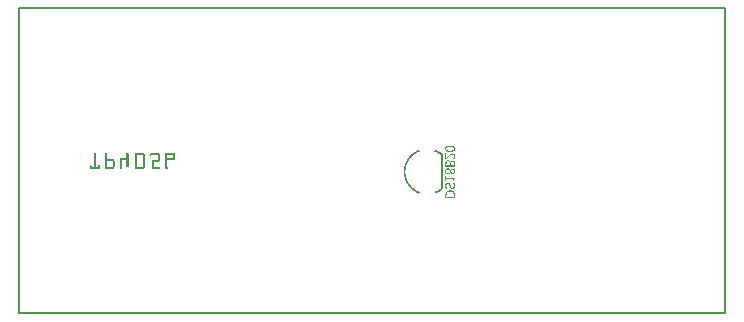
<source format=gbo>
G04 MADE WITH FRITZING*
G04 WWW.FRITZING.ORG*
G04 DOUBLE SIDED*
G04 HOLES PLATED*
G04 CONTOUR ON CENTER OF CONTOUR VECTOR*
%ASAXBY*%
%FSLAX23Y23*%
%MOIN*%
%OFA0B0*%
%SFA1.0B1.0*%
%ADD10R,2.362200X1.023620X2.346200X1.007620*%
%ADD11C,0.008000*%
%ADD12R,0.001000X0.001000*%
%LNSILK0*%
G90*
G70*
G54D11*
X4Y1020D02*
X2358Y1020D01*
X2358Y4D01*
X4Y4D01*
X4Y1020D01*
D02*
G54D12*
X1434Y561D02*
X1449Y561D01*
X1431Y560D02*
X1452Y560D01*
X1429Y559D02*
X1454Y559D01*
X1428Y558D02*
X1455Y558D01*
X1427Y557D02*
X1434Y557D01*
X1449Y557D02*
X1456Y557D01*
X1426Y556D02*
X1430Y556D01*
X1452Y556D02*
X1457Y556D01*
X1426Y555D02*
X1429Y555D01*
X1454Y555D02*
X1457Y555D01*
X1425Y554D02*
X1428Y554D01*
X1454Y554D02*
X1457Y554D01*
X1425Y553D02*
X1428Y553D01*
X1455Y553D02*
X1457Y553D01*
X1425Y552D02*
X1428Y552D01*
X1455Y552D02*
X1458Y552D01*
X1425Y551D02*
X1428Y551D01*
X1455Y551D02*
X1458Y551D01*
X1425Y550D02*
X1428Y550D01*
X1455Y550D02*
X1457Y550D01*
X1425Y549D02*
X1428Y549D01*
X1454Y549D02*
X1457Y549D01*
X1426Y548D02*
X1429Y548D01*
X1454Y548D02*
X1457Y548D01*
X1335Y547D02*
X1336Y547D01*
X1393Y547D02*
X1394Y547D01*
X1426Y547D02*
X1430Y547D01*
X1452Y547D02*
X1457Y547D01*
X1333Y546D02*
X1337Y546D01*
X1392Y546D02*
X1397Y546D01*
X1427Y546D02*
X1434Y546D01*
X1449Y546D02*
X1456Y546D01*
X1331Y545D02*
X1338Y545D01*
X1391Y545D02*
X1399Y545D01*
X1428Y545D02*
X1455Y545D01*
X1329Y544D02*
X1340Y544D01*
X1390Y544D02*
X1401Y544D01*
X1429Y544D02*
X1454Y544D01*
X1327Y543D02*
X1340Y543D01*
X1389Y543D02*
X1403Y543D01*
X1431Y543D02*
X1452Y543D01*
X1325Y542D02*
X1338Y542D01*
X1392Y542D02*
X1404Y542D01*
X1434Y542D02*
X1449Y542D01*
X1324Y541D02*
X1335Y541D01*
X1394Y541D02*
X1406Y541D01*
X1322Y540D02*
X1333Y540D01*
X1396Y540D02*
X1408Y540D01*
X1321Y539D02*
X1331Y539D01*
X1398Y539D02*
X1409Y539D01*
X256Y538D02*
X258Y538D01*
X292Y538D02*
X294Y538D01*
X365Y538D02*
X367Y538D01*
X395Y538D02*
X419Y538D01*
X449Y538D02*
X469Y538D01*
X492Y538D02*
X522Y538D01*
X1319Y538D02*
X1329Y538D01*
X1400Y538D02*
X1411Y538D01*
X255Y537D02*
X259Y537D01*
X291Y537D02*
X296Y537D01*
X363Y537D02*
X368Y537D01*
X393Y537D02*
X421Y537D01*
X446Y537D02*
X471Y537D01*
X491Y537D02*
X523Y537D01*
X1318Y537D02*
X1328Y537D01*
X1402Y537D02*
X1412Y537D01*
X1426Y537D02*
X1428Y537D01*
X254Y536D02*
X260Y536D01*
X291Y536D02*
X296Y536D01*
X363Y536D02*
X368Y536D01*
X392Y536D02*
X422Y536D01*
X444Y536D02*
X472Y536D01*
X491Y536D02*
X524Y536D01*
X1317Y536D02*
X1326Y536D01*
X1403Y536D02*
X1413Y536D01*
X1426Y536D02*
X1428Y536D01*
X254Y535D02*
X260Y535D01*
X290Y535D02*
X296Y535D01*
X363Y535D02*
X369Y535D01*
X391Y535D02*
X423Y535D01*
X442Y535D02*
X473Y535D01*
X490Y535D02*
X524Y535D01*
X1315Y535D02*
X1325Y535D01*
X1405Y535D02*
X1414Y535D01*
X1426Y535D02*
X1428Y535D01*
X1445Y535D02*
X1453Y535D01*
X254Y534D02*
X260Y534D01*
X290Y534D02*
X296Y534D01*
X363Y534D02*
X369Y534D01*
X391Y534D02*
X423Y534D01*
X441Y534D02*
X473Y534D01*
X490Y534D02*
X524Y534D01*
X1314Y534D02*
X1323Y534D01*
X1406Y534D02*
X1415Y534D01*
X1426Y534D02*
X1428Y534D01*
X1443Y534D02*
X1455Y534D01*
X254Y533D02*
X260Y533D01*
X290Y533D02*
X296Y533D01*
X363Y533D02*
X369Y533D01*
X391Y533D02*
X424Y533D01*
X440Y533D02*
X474Y533D01*
X490Y533D02*
X524Y533D01*
X1313Y533D02*
X1322Y533D01*
X1408Y533D02*
X1417Y533D01*
X1426Y533D02*
X1428Y533D01*
X1442Y533D02*
X1456Y533D01*
X254Y532D02*
X260Y532D01*
X290Y532D02*
X296Y532D01*
X363Y532D02*
X369Y532D01*
X390Y532D02*
X424Y532D01*
X440Y532D02*
X474Y532D01*
X490Y532D02*
X524Y532D01*
X1312Y532D02*
X1320Y532D01*
X1409Y532D02*
X1417Y532D01*
X1426Y532D02*
X1428Y532D01*
X1440Y532D02*
X1456Y532D01*
X254Y531D02*
X260Y531D01*
X290Y531D02*
X296Y531D01*
X363Y531D02*
X369Y531D01*
X390Y531D02*
X396Y531D01*
X418Y531D02*
X424Y531D01*
X441Y531D02*
X449Y531D01*
X468Y531D02*
X474Y531D01*
X490Y531D02*
X496Y531D01*
X518Y531D02*
X524Y531D01*
X1311Y531D02*
X1319Y531D01*
X1410Y531D02*
X1417Y531D01*
X1426Y531D02*
X1428Y531D01*
X1439Y531D02*
X1446Y531D01*
X1452Y531D02*
X1457Y531D01*
X254Y530D02*
X260Y530D01*
X290Y530D02*
X296Y530D01*
X363Y530D02*
X369Y530D01*
X390Y530D02*
X396Y530D01*
X418Y530D02*
X424Y530D01*
X441Y530D02*
X447Y530D01*
X468Y530D02*
X474Y530D01*
X490Y530D02*
X496Y530D01*
X518Y530D02*
X524Y530D01*
X1310Y530D02*
X1318Y530D01*
X1412Y530D02*
X1417Y530D01*
X1426Y530D02*
X1428Y530D01*
X1438Y530D02*
X1443Y530D01*
X1453Y530D02*
X1457Y530D01*
X254Y529D02*
X260Y529D01*
X290Y529D02*
X296Y529D01*
X363Y529D02*
X369Y529D01*
X390Y529D02*
X396Y529D01*
X418Y529D02*
X424Y529D01*
X442Y529D02*
X445Y529D01*
X468Y529D02*
X474Y529D01*
X490Y529D02*
X496Y529D01*
X518Y529D02*
X524Y529D01*
X1309Y529D02*
X1317Y529D01*
X1412Y529D02*
X1417Y529D01*
X1426Y529D02*
X1428Y529D01*
X1437Y529D02*
X1442Y529D01*
X1454Y529D02*
X1457Y529D01*
X254Y528D02*
X260Y528D01*
X290Y528D02*
X296Y528D01*
X363Y528D02*
X369Y528D01*
X390Y528D02*
X396Y528D01*
X418Y528D02*
X424Y528D01*
X468Y528D02*
X474Y528D01*
X490Y528D02*
X496Y528D01*
X518Y528D02*
X524Y528D01*
X1308Y528D02*
X1316Y528D01*
X1412Y528D02*
X1417Y528D01*
X1426Y528D02*
X1428Y528D01*
X1436Y528D02*
X1440Y528D01*
X1455Y528D02*
X1458Y528D01*
X254Y527D02*
X260Y527D01*
X290Y527D02*
X296Y527D01*
X363Y527D02*
X369Y527D01*
X390Y527D02*
X396Y527D01*
X418Y527D02*
X424Y527D01*
X468Y527D02*
X474Y527D01*
X490Y527D02*
X496Y527D01*
X518Y527D02*
X524Y527D01*
X1307Y527D02*
X1315Y527D01*
X1412Y527D02*
X1417Y527D01*
X1426Y527D02*
X1428Y527D01*
X1435Y527D02*
X1439Y527D01*
X1455Y527D02*
X1458Y527D01*
X254Y526D02*
X260Y526D01*
X290Y526D02*
X296Y526D01*
X363Y526D02*
X369Y526D01*
X390Y526D02*
X396Y526D01*
X418Y526D02*
X424Y526D01*
X468Y526D02*
X474Y526D01*
X490Y526D02*
X496Y526D01*
X518Y526D02*
X524Y526D01*
X1306Y526D02*
X1314Y526D01*
X1412Y526D02*
X1417Y526D01*
X1426Y526D02*
X1428Y526D01*
X1434Y526D02*
X1438Y526D01*
X1455Y526D02*
X1458Y526D01*
X254Y525D02*
X260Y525D01*
X290Y525D02*
X296Y525D01*
X363Y525D02*
X369Y525D01*
X390Y525D02*
X396Y525D01*
X418Y525D02*
X424Y525D01*
X468Y525D02*
X474Y525D01*
X490Y525D02*
X496Y525D01*
X518Y525D02*
X524Y525D01*
X1305Y525D02*
X1313Y525D01*
X1412Y525D02*
X1417Y525D01*
X1426Y525D02*
X1428Y525D01*
X1433Y525D02*
X1437Y525D01*
X1455Y525D02*
X1458Y525D01*
X254Y524D02*
X260Y524D01*
X290Y524D02*
X296Y524D01*
X363Y524D02*
X369Y524D01*
X390Y524D02*
X396Y524D01*
X418Y524D02*
X424Y524D01*
X468Y524D02*
X474Y524D01*
X490Y524D02*
X496Y524D01*
X518Y524D02*
X524Y524D01*
X1304Y524D02*
X1312Y524D01*
X1412Y524D02*
X1417Y524D01*
X1426Y524D02*
X1428Y524D01*
X1432Y524D02*
X1436Y524D01*
X1455Y524D02*
X1457Y524D01*
X254Y523D02*
X260Y523D01*
X290Y523D02*
X296Y523D01*
X363Y523D02*
X369Y523D01*
X390Y523D02*
X396Y523D01*
X418Y523D02*
X424Y523D01*
X468Y523D02*
X474Y523D01*
X490Y523D02*
X496Y523D01*
X518Y523D02*
X524Y523D01*
X1304Y523D02*
X1311Y523D01*
X1412Y523D02*
X1417Y523D01*
X1426Y523D02*
X1428Y523D01*
X1431Y523D02*
X1435Y523D01*
X1454Y523D02*
X1457Y523D01*
X254Y522D02*
X260Y522D01*
X290Y522D02*
X296Y522D01*
X363Y522D02*
X369Y522D01*
X390Y522D02*
X396Y522D01*
X418Y522D02*
X424Y522D01*
X468Y522D02*
X474Y522D01*
X490Y522D02*
X496Y522D01*
X518Y522D02*
X524Y522D01*
X1303Y522D02*
X1310Y522D01*
X1412Y522D02*
X1417Y522D01*
X1426Y522D02*
X1434Y522D01*
X1454Y522D02*
X1457Y522D01*
X254Y521D02*
X260Y521D01*
X290Y521D02*
X296Y521D01*
X363Y521D02*
X369Y521D01*
X390Y521D02*
X396Y521D01*
X418Y521D02*
X424Y521D01*
X468Y521D02*
X474Y521D01*
X490Y521D02*
X496Y521D01*
X518Y521D02*
X524Y521D01*
X1302Y521D02*
X1309Y521D01*
X1412Y521D02*
X1417Y521D01*
X1426Y521D02*
X1433Y521D01*
X1454Y521D02*
X1457Y521D01*
X254Y520D02*
X260Y520D01*
X290Y520D02*
X296Y520D01*
X342Y520D02*
X371Y520D01*
X390Y520D02*
X396Y520D01*
X418Y520D02*
X424Y520D01*
X468Y520D02*
X474Y520D01*
X490Y520D02*
X524Y520D01*
X1301Y520D02*
X1308Y520D01*
X1412Y520D02*
X1417Y520D01*
X1426Y520D02*
X1432Y520D01*
X1453Y520D02*
X1456Y520D01*
X254Y519D02*
X260Y519D01*
X290Y519D02*
X296Y519D01*
X342Y519D02*
X372Y519D01*
X390Y519D02*
X396Y519D01*
X418Y519D02*
X424Y519D01*
X468Y519D02*
X474Y519D01*
X490Y519D02*
X524Y519D01*
X1301Y519D02*
X1307Y519D01*
X1412Y519D02*
X1417Y519D01*
X1426Y519D02*
X1431Y519D01*
X1453Y519D02*
X1456Y519D01*
X254Y518D02*
X260Y518D01*
X290Y518D02*
X297Y518D01*
X342Y518D02*
X372Y518D01*
X390Y518D02*
X396Y518D01*
X418Y518D02*
X424Y518D01*
X468Y518D02*
X474Y518D01*
X490Y518D02*
X524Y518D01*
X1300Y518D02*
X1307Y518D01*
X1412Y518D02*
X1417Y518D01*
X1426Y518D02*
X1430Y518D01*
X1453Y518D02*
X1455Y518D01*
X254Y517D02*
X260Y517D01*
X290Y517D02*
X317Y517D01*
X342Y517D02*
X372Y517D01*
X390Y517D02*
X396Y517D01*
X418Y517D02*
X424Y517D01*
X468Y517D02*
X474Y517D01*
X490Y517D02*
X524Y517D01*
X1299Y517D02*
X1306Y517D01*
X1412Y517D02*
X1417Y517D01*
X254Y516D02*
X260Y516D01*
X290Y516D02*
X319Y516D01*
X342Y516D02*
X372Y516D01*
X390Y516D02*
X396Y516D01*
X418Y516D02*
X424Y516D01*
X468Y516D02*
X474Y516D01*
X490Y516D02*
X524Y516D01*
X1299Y516D02*
X1305Y516D01*
X1412Y516D02*
X1417Y516D01*
X254Y515D02*
X260Y515D01*
X290Y515D02*
X320Y515D01*
X342Y515D02*
X371Y515D01*
X390Y515D02*
X396Y515D01*
X418Y515D02*
X424Y515D01*
X468Y515D02*
X474Y515D01*
X490Y515D02*
X523Y515D01*
X1298Y515D02*
X1305Y515D01*
X1412Y515D02*
X1417Y515D01*
X254Y514D02*
X260Y514D01*
X290Y514D02*
X321Y514D01*
X342Y514D02*
X370Y514D01*
X390Y514D02*
X396Y514D01*
X418Y514D02*
X424Y514D01*
X447Y514D02*
X474Y514D01*
X490Y514D02*
X522Y514D01*
X1298Y514D02*
X1304Y514D01*
X1412Y514D02*
X1417Y514D01*
X254Y513D02*
X260Y513D01*
X290Y513D02*
X322Y513D01*
X342Y513D02*
X348Y513D01*
X363Y513D02*
X369Y513D01*
X390Y513D02*
X396Y513D01*
X418Y513D02*
X424Y513D01*
X447Y513D02*
X474Y513D01*
X490Y513D02*
X496Y513D01*
X1297Y513D02*
X1303Y513D01*
X1412Y513D02*
X1417Y513D01*
X1431Y513D02*
X1438Y513D01*
X254Y512D02*
X260Y512D01*
X290Y512D02*
X323Y512D01*
X342Y512D02*
X348Y512D01*
X363Y512D02*
X369Y512D01*
X390Y512D02*
X396Y512D01*
X418Y512D02*
X424Y512D01*
X447Y512D02*
X473Y512D01*
X490Y512D02*
X496Y512D01*
X1297Y512D02*
X1303Y512D01*
X1412Y512D02*
X1417Y512D01*
X1430Y512D02*
X1440Y512D01*
X1448Y512D02*
X1452Y512D01*
X254Y511D02*
X260Y511D01*
X290Y511D02*
X323Y511D01*
X342Y511D02*
X348Y511D01*
X363Y511D02*
X369Y511D01*
X390Y511D02*
X396Y511D01*
X418Y511D02*
X424Y511D01*
X447Y511D02*
X473Y511D01*
X490Y511D02*
X496Y511D01*
X1296Y511D02*
X1302Y511D01*
X1412Y511D02*
X1417Y511D01*
X1429Y511D02*
X1441Y511D01*
X1446Y511D02*
X1454Y511D01*
X254Y510D02*
X260Y510D01*
X290Y510D02*
X296Y510D01*
X316Y510D02*
X324Y510D01*
X342Y510D02*
X348Y510D01*
X363Y510D02*
X369Y510D01*
X390Y510D02*
X396Y510D01*
X418Y510D02*
X424Y510D01*
X447Y510D02*
X472Y510D01*
X490Y510D02*
X496Y510D01*
X1296Y510D02*
X1301Y510D01*
X1412Y510D02*
X1417Y510D01*
X1428Y510D02*
X1442Y510D01*
X1445Y510D02*
X1455Y510D01*
X254Y509D02*
X260Y509D01*
X290Y509D02*
X296Y509D01*
X317Y509D02*
X324Y509D01*
X342Y509D02*
X348Y509D01*
X363Y509D02*
X369Y509D01*
X390Y509D02*
X396Y509D01*
X418Y509D02*
X424Y509D01*
X447Y509D02*
X471Y509D01*
X490Y509D02*
X496Y509D01*
X1295Y509D02*
X1301Y509D01*
X1412Y509D02*
X1417Y509D01*
X1427Y509D02*
X1432Y509D01*
X1438Y509D02*
X1442Y509D01*
X1445Y509D02*
X1456Y509D01*
X254Y508D02*
X260Y508D01*
X290Y508D02*
X296Y508D01*
X318Y508D02*
X324Y508D01*
X342Y508D02*
X348Y508D01*
X363Y508D02*
X369Y508D01*
X390Y508D02*
X396Y508D01*
X418Y508D02*
X424Y508D01*
X447Y508D02*
X468Y508D01*
X490Y508D02*
X496Y508D01*
X1295Y508D02*
X1300Y508D01*
X1412Y508D02*
X1417Y508D01*
X1427Y508D02*
X1431Y508D01*
X1440Y508D02*
X1456Y508D01*
X254Y507D02*
X260Y507D01*
X290Y507D02*
X296Y507D01*
X318Y507D02*
X324Y507D01*
X342Y507D02*
X348Y507D01*
X363Y507D02*
X369Y507D01*
X390Y507D02*
X396Y507D01*
X418Y507D02*
X424Y507D01*
X447Y507D02*
X453Y507D01*
X490Y507D02*
X496Y507D01*
X1294Y507D02*
X1300Y507D01*
X1412Y507D02*
X1417Y507D01*
X1426Y507D02*
X1430Y507D01*
X1440Y507D02*
X1446Y507D01*
X1453Y507D02*
X1456Y507D01*
X254Y506D02*
X260Y506D01*
X290Y506D02*
X296Y506D01*
X318Y506D02*
X324Y506D01*
X342Y506D02*
X348Y506D01*
X363Y506D02*
X369Y506D01*
X390Y506D02*
X396Y506D01*
X418Y506D02*
X424Y506D01*
X447Y506D02*
X453Y506D01*
X490Y506D02*
X496Y506D01*
X1294Y506D02*
X1299Y506D01*
X1412Y506D02*
X1417Y506D01*
X1426Y506D02*
X1429Y506D01*
X1441Y506D02*
X1445Y506D01*
X1454Y506D02*
X1457Y506D01*
X254Y505D02*
X260Y505D01*
X290Y505D02*
X296Y505D01*
X318Y505D02*
X324Y505D01*
X342Y505D02*
X348Y505D01*
X363Y505D02*
X369Y505D01*
X390Y505D02*
X396Y505D01*
X418Y505D02*
X424Y505D01*
X447Y505D02*
X453Y505D01*
X490Y505D02*
X496Y505D01*
X1293Y505D02*
X1299Y505D01*
X1412Y505D02*
X1417Y505D01*
X1426Y505D02*
X1429Y505D01*
X1441Y505D02*
X1444Y505D01*
X1454Y505D02*
X1457Y505D01*
X254Y504D02*
X260Y504D01*
X290Y504D02*
X296Y504D01*
X318Y504D02*
X324Y504D01*
X342Y504D02*
X348Y504D01*
X363Y504D02*
X369Y504D01*
X390Y504D02*
X396Y504D01*
X418Y504D02*
X424Y504D01*
X447Y504D02*
X453Y504D01*
X490Y504D02*
X496Y504D01*
X1293Y504D02*
X1298Y504D01*
X1412Y504D02*
X1417Y504D01*
X1426Y504D02*
X1429Y504D01*
X1441Y504D02*
X1444Y504D01*
X1454Y504D02*
X1457Y504D01*
X254Y503D02*
X260Y503D01*
X290Y503D02*
X296Y503D01*
X318Y503D02*
X324Y503D01*
X342Y503D02*
X348Y503D01*
X363Y503D02*
X369Y503D01*
X390Y503D02*
X396Y503D01*
X418Y503D02*
X424Y503D01*
X447Y503D02*
X453Y503D01*
X490Y503D02*
X496Y503D01*
X1292Y503D02*
X1298Y503D01*
X1412Y503D02*
X1417Y503D01*
X1426Y503D02*
X1429Y503D01*
X1441Y503D02*
X1444Y503D01*
X1454Y503D02*
X1457Y503D01*
X254Y502D02*
X260Y502D01*
X290Y502D02*
X296Y502D01*
X318Y502D02*
X324Y502D01*
X342Y502D02*
X348Y502D01*
X363Y502D02*
X369Y502D01*
X390Y502D02*
X396Y502D01*
X418Y502D02*
X424Y502D01*
X447Y502D02*
X453Y502D01*
X490Y502D02*
X496Y502D01*
X1292Y502D02*
X1298Y502D01*
X1412Y502D02*
X1417Y502D01*
X1426Y502D02*
X1428Y502D01*
X1441Y502D02*
X1444Y502D01*
X1454Y502D02*
X1457Y502D01*
X254Y501D02*
X260Y501D01*
X290Y501D02*
X296Y501D01*
X318Y501D02*
X324Y501D01*
X342Y501D02*
X348Y501D01*
X363Y501D02*
X369Y501D01*
X390Y501D02*
X396Y501D01*
X418Y501D02*
X424Y501D01*
X447Y501D02*
X453Y501D01*
X490Y501D02*
X496Y501D01*
X1292Y501D02*
X1297Y501D01*
X1412Y501D02*
X1417Y501D01*
X1426Y501D02*
X1428Y501D01*
X1441Y501D02*
X1444Y501D01*
X1454Y501D02*
X1457Y501D01*
X254Y500D02*
X260Y500D01*
X290Y500D02*
X296Y500D01*
X318Y500D02*
X324Y500D01*
X342Y500D02*
X348Y500D01*
X363Y500D02*
X369Y500D01*
X390Y500D02*
X396Y500D01*
X418Y500D02*
X424Y500D01*
X447Y500D02*
X453Y500D01*
X490Y500D02*
X496Y500D01*
X1291Y500D02*
X1297Y500D01*
X1412Y500D02*
X1417Y500D01*
X1426Y500D02*
X1428Y500D01*
X1441Y500D02*
X1444Y500D01*
X1454Y500D02*
X1457Y500D01*
X254Y499D02*
X260Y499D01*
X290Y499D02*
X296Y499D01*
X318Y499D02*
X324Y499D01*
X342Y499D02*
X348Y499D01*
X363Y499D02*
X369Y499D01*
X390Y499D02*
X396Y499D01*
X418Y499D02*
X424Y499D01*
X447Y499D02*
X453Y499D01*
X490Y499D02*
X496Y499D01*
X1291Y499D02*
X1296Y499D01*
X1412Y499D02*
X1417Y499D01*
X1426Y499D02*
X1428Y499D01*
X1441Y499D02*
X1444Y499D01*
X1454Y499D02*
X1457Y499D01*
X254Y498D02*
X260Y498D01*
X290Y498D02*
X296Y498D01*
X318Y498D02*
X324Y498D01*
X342Y498D02*
X348Y498D01*
X363Y498D02*
X369Y498D01*
X390Y498D02*
X396Y498D01*
X418Y498D02*
X424Y498D01*
X447Y498D02*
X453Y498D01*
X490Y498D02*
X496Y498D01*
X1291Y498D02*
X1296Y498D01*
X1412Y498D02*
X1417Y498D01*
X1426Y498D02*
X1428Y498D01*
X1441Y498D02*
X1444Y498D01*
X1454Y498D02*
X1457Y498D01*
X243Y497D02*
X244Y497D01*
X254Y497D02*
X260Y497D01*
X270Y497D02*
X271Y497D01*
X290Y497D02*
X296Y497D01*
X318Y497D02*
X324Y497D01*
X342Y497D02*
X348Y497D01*
X363Y497D02*
X369Y497D01*
X390Y497D02*
X396Y497D01*
X418Y497D02*
X424Y497D01*
X447Y497D02*
X453Y497D01*
X490Y497D02*
X496Y497D01*
X1291Y497D02*
X1296Y497D01*
X1412Y497D02*
X1417Y497D01*
X1426Y497D02*
X1428Y497D01*
X1441Y497D02*
X1444Y497D01*
X1454Y497D02*
X1457Y497D01*
X241Y496D02*
X245Y496D01*
X254Y496D02*
X260Y496D01*
X269Y496D02*
X273Y496D01*
X290Y496D02*
X296Y496D01*
X318Y496D02*
X324Y496D01*
X342Y496D02*
X348Y496D01*
X363Y496D02*
X369Y496D01*
X390Y496D02*
X396Y496D01*
X418Y496D02*
X424Y496D01*
X447Y496D02*
X453Y496D01*
X490Y496D02*
X496Y496D01*
X1290Y496D02*
X1295Y496D01*
X1412Y496D02*
X1417Y496D01*
X1426Y496D02*
X1457Y496D01*
X241Y495D02*
X246Y495D01*
X254Y495D02*
X260Y495D01*
X268Y495D02*
X274Y495D01*
X290Y495D02*
X296Y495D01*
X318Y495D02*
X324Y495D01*
X342Y495D02*
X348Y495D01*
X363Y495D02*
X369Y495D01*
X390Y495D02*
X396Y495D01*
X418Y495D02*
X424Y495D01*
X447Y495D02*
X453Y495D01*
X490Y495D02*
X496Y495D01*
X1290Y495D02*
X1295Y495D01*
X1412Y495D02*
X1417Y495D01*
X1426Y495D02*
X1457Y495D01*
X240Y494D02*
X246Y494D01*
X254Y494D02*
X260Y494D01*
X268Y494D02*
X274Y494D01*
X290Y494D02*
X296Y494D01*
X318Y494D02*
X324Y494D01*
X342Y494D02*
X348Y494D01*
X363Y494D02*
X369Y494D01*
X390Y494D02*
X396Y494D01*
X418Y494D02*
X424Y494D01*
X447Y494D02*
X453Y494D01*
X490Y494D02*
X496Y494D01*
X1290Y494D02*
X1295Y494D01*
X1412Y494D02*
X1417Y494D01*
X1426Y494D02*
X1457Y494D01*
X240Y493D02*
X246Y493D01*
X254Y493D02*
X260Y493D01*
X268Y493D02*
X274Y493D01*
X290Y493D02*
X296Y493D01*
X317Y493D02*
X324Y493D01*
X342Y493D02*
X348Y493D01*
X363Y493D02*
X369Y493D01*
X390Y493D02*
X396Y493D01*
X418Y493D02*
X424Y493D01*
X447Y493D02*
X453Y493D01*
X490Y493D02*
X496Y493D01*
X1289Y493D02*
X1295Y493D01*
X1412Y493D02*
X1417Y493D01*
X1426Y493D02*
X1457Y493D01*
X240Y492D02*
X246Y492D01*
X254Y492D02*
X260Y492D01*
X268Y492D02*
X274Y492D01*
X290Y492D02*
X296Y492D01*
X316Y492D02*
X324Y492D01*
X342Y492D02*
X348Y492D01*
X363Y492D02*
X368Y492D01*
X390Y492D02*
X396Y492D01*
X418Y492D02*
X424Y492D01*
X447Y492D02*
X453Y492D01*
X490Y492D02*
X496Y492D01*
X1289Y492D02*
X1294Y492D01*
X1412Y492D02*
X1417Y492D01*
X1426Y492D02*
X1457Y492D01*
X240Y491D02*
X274Y491D01*
X290Y491D02*
X323Y491D01*
X342Y491D02*
X348Y491D01*
X364Y491D02*
X367Y491D01*
X390Y491D02*
X424Y491D01*
X447Y491D02*
X472Y491D01*
X490Y491D02*
X498Y491D01*
X1289Y491D02*
X1294Y491D01*
X1412Y491D02*
X1417Y491D01*
X240Y490D02*
X274Y490D01*
X290Y490D02*
X323Y490D01*
X342Y490D02*
X348Y490D01*
X390Y490D02*
X424Y490D01*
X447Y490D02*
X473Y490D01*
X490Y490D02*
X499Y490D01*
X1289Y490D02*
X1294Y490D01*
X1412Y490D02*
X1417Y490D01*
X240Y489D02*
X274Y489D01*
X290Y489D02*
X322Y489D01*
X342Y489D02*
X348Y489D01*
X391Y489D02*
X423Y489D01*
X447Y489D02*
X474Y489D01*
X490Y489D02*
X499Y489D01*
X1289Y489D02*
X1294Y489D01*
X1412Y489D02*
X1417Y489D01*
X240Y488D02*
X274Y488D01*
X290Y488D02*
X321Y488D01*
X342Y488D02*
X348Y488D01*
X391Y488D02*
X423Y488D01*
X447Y488D02*
X474Y488D01*
X490Y488D02*
X500Y488D01*
X1288Y488D02*
X1293Y488D01*
X1412Y488D02*
X1417Y488D01*
X240Y487D02*
X274Y487D01*
X290Y487D02*
X320Y487D01*
X342Y487D02*
X348Y487D01*
X392Y487D02*
X422Y487D01*
X447Y487D02*
X474Y487D01*
X490Y487D02*
X500Y487D01*
X1288Y487D02*
X1293Y487D01*
X1412Y487D02*
X1417Y487D01*
X240Y486D02*
X274Y486D01*
X290Y486D02*
X319Y486D01*
X343Y486D02*
X347Y486D01*
X393Y486D02*
X421Y486D01*
X447Y486D02*
X473Y486D01*
X491Y486D02*
X499Y486D01*
X1288Y486D02*
X1293Y486D01*
X1412Y486D02*
X1417Y486D01*
X1431Y486D02*
X1438Y486D01*
X1450Y486D02*
X1451Y486D01*
X240Y485D02*
X274Y485D01*
X290Y485D02*
X317Y485D01*
X344Y485D02*
X346Y485D01*
X394Y485D02*
X420Y485D01*
X447Y485D02*
X472Y485D01*
X492Y485D02*
X498Y485D01*
X1288Y485D02*
X1293Y485D01*
X1412Y485D02*
X1417Y485D01*
X1429Y485D02*
X1439Y485D01*
X1447Y485D02*
X1454Y485D01*
X1288Y484D02*
X1293Y484D01*
X1412Y484D02*
X1417Y484D01*
X1428Y484D02*
X1440Y484D01*
X1445Y484D02*
X1455Y484D01*
X1288Y483D02*
X1293Y483D01*
X1412Y483D02*
X1417Y483D01*
X1427Y483D02*
X1441Y483D01*
X1444Y483D02*
X1456Y483D01*
X1288Y482D02*
X1293Y482D01*
X1412Y482D02*
X1417Y482D01*
X1426Y482D02*
X1431Y482D01*
X1437Y482D02*
X1441Y482D01*
X1443Y482D02*
X1456Y482D01*
X1288Y481D02*
X1292Y481D01*
X1412Y481D02*
X1417Y481D01*
X1426Y481D02*
X1429Y481D01*
X1438Y481D02*
X1446Y481D01*
X1453Y481D02*
X1457Y481D01*
X1288Y480D02*
X1292Y480D01*
X1412Y480D02*
X1417Y480D01*
X1426Y480D02*
X1428Y480D01*
X1439Y480D02*
X1444Y480D01*
X1454Y480D02*
X1457Y480D01*
X1287Y479D02*
X1292Y479D01*
X1412Y479D02*
X1417Y479D01*
X1425Y479D02*
X1428Y479D01*
X1440Y479D02*
X1443Y479D01*
X1455Y479D02*
X1457Y479D01*
X1287Y478D02*
X1292Y478D01*
X1412Y478D02*
X1417Y478D01*
X1425Y478D02*
X1427Y478D01*
X1440Y478D02*
X1443Y478D01*
X1455Y478D02*
X1458Y478D01*
X1287Y477D02*
X1292Y477D01*
X1412Y477D02*
X1417Y477D01*
X1425Y477D02*
X1427Y477D01*
X1441Y477D02*
X1444Y477D01*
X1455Y477D02*
X1458Y477D01*
X1287Y476D02*
X1292Y476D01*
X1412Y476D02*
X1417Y476D01*
X1425Y476D02*
X1427Y476D01*
X1441Y476D02*
X1444Y476D01*
X1455Y476D02*
X1458Y476D01*
X1287Y475D02*
X1292Y475D01*
X1412Y475D02*
X1417Y475D01*
X1425Y475D02*
X1427Y475D01*
X1441Y475D02*
X1445Y475D01*
X1455Y475D02*
X1458Y475D01*
X1287Y474D02*
X1292Y474D01*
X1412Y474D02*
X1417Y474D01*
X1425Y474D02*
X1428Y474D01*
X1442Y474D02*
X1445Y474D01*
X1455Y474D02*
X1457Y474D01*
X1287Y473D02*
X1292Y473D01*
X1412Y473D02*
X1417Y473D01*
X1425Y473D02*
X1428Y473D01*
X1441Y473D02*
X1446Y473D01*
X1455Y473D02*
X1457Y473D01*
X1287Y472D02*
X1292Y472D01*
X1412Y472D02*
X1417Y472D01*
X1426Y472D02*
X1429Y472D01*
X1440Y472D02*
X1447Y472D01*
X1454Y472D02*
X1457Y472D01*
X1287Y471D02*
X1292Y471D01*
X1412Y471D02*
X1417Y471D01*
X1426Y471D02*
X1431Y471D01*
X1438Y471D02*
X1456Y471D01*
X1288Y470D02*
X1292Y470D01*
X1412Y470D02*
X1417Y470D01*
X1427Y470D02*
X1441Y470D01*
X1444Y470D02*
X1456Y470D01*
X1288Y469D02*
X1292Y469D01*
X1412Y469D02*
X1417Y469D01*
X1427Y469D02*
X1440Y469D01*
X1445Y469D02*
X1455Y469D01*
X1288Y468D02*
X1293Y468D01*
X1412Y468D02*
X1417Y468D01*
X1429Y468D02*
X1439Y468D01*
X1446Y468D02*
X1454Y468D01*
X1288Y467D02*
X1293Y467D01*
X1412Y467D02*
X1417Y467D01*
X1430Y467D02*
X1438Y467D01*
X1448Y467D02*
X1451Y467D01*
X1288Y466D02*
X1293Y466D01*
X1412Y466D02*
X1417Y466D01*
X1434Y466D02*
X1434Y466D01*
X1288Y465D02*
X1293Y465D01*
X1412Y465D02*
X1417Y465D01*
X1288Y464D02*
X1293Y464D01*
X1412Y464D02*
X1417Y464D01*
X1288Y463D02*
X1293Y463D01*
X1412Y463D02*
X1417Y463D01*
X1289Y462D02*
X1293Y462D01*
X1412Y462D02*
X1417Y462D01*
X1289Y461D02*
X1294Y461D01*
X1412Y461D02*
X1417Y461D01*
X1289Y460D02*
X1294Y460D01*
X1412Y460D02*
X1417Y460D01*
X1426Y460D02*
X1428Y460D01*
X1289Y459D02*
X1294Y459D01*
X1412Y459D02*
X1417Y459D01*
X1426Y459D02*
X1428Y459D01*
X1289Y458D02*
X1294Y458D01*
X1412Y458D02*
X1417Y458D01*
X1426Y458D02*
X1428Y458D01*
X1290Y457D02*
X1295Y457D01*
X1412Y457D02*
X1417Y457D01*
X1426Y457D02*
X1428Y457D01*
X1290Y456D02*
X1295Y456D01*
X1412Y456D02*
X1417Y456D01*
X1426Y456D02*
X1428Y456D01*
X1290Y455D02*
X1295Y455D01*
X1412Y455D02*
X1417Y455D01*
X1426Y455D02*
X1428Y455D01*
X1290Y454D02*
X1295Y454D01*
X1412Y454D02*
X1417Y454D01*
X1426Y454D02*
X1457Y454D01*
X1291Y453D02*
X1296Y453D01*
X1412Y453D02*
X1417Y453D01*
X1426Y453D02*
X1457Y453D01*
X1291Y452D02*
X1296Y452D01*
X1412Y452D02*
X1417Y452D01*
X1426Y452D02*
X1457Y452D01*
X1291Y451D02*
X1296Y451D01*
X1412Y451D02*
X1417Y451D01*
X1426Y451D02*
X1455Y451D01*
X1292Y450D02*
X1297Y450D01*
X1412Y450D02*
X1417Y450D01*
X1426Y450D02*
X1428Y450D01*
X1451Y450D02*
X1454Y450D01*
X1292Y449D02*
X1297Y449D01*
X1412Y449D02*
X1417Y449D01*
X1426Y449D02*
X1428Y449D01*
X1451Y449D02*
X1453Y449D01*
X1292Y448D02*
X1298Y448D01*
X1412Y448D02*
X1417Y448D01*
X1426Y448D02*
X1428Y448D01*
X1451Y448D02*
X1453Y448D01*
X1293Y447D02*
X1298Y447D01*
X1412Y447D02*
X1417Y447D01*
X1426Y447D02*
X1428Y447D01*
X1451Y447D02*
X1453Y447D01*
X1293Y446D02*
X1298Y446D01*
X1412Y446D02*
X1417Y446D01*
X1426Y446D02*
X1428Y446D01*
X1451Y446D02*
X1453Y446D01*
X1293Y445D02*
X1299Y445D01*
X1412Y445D02*
X1417Y445D01*
X1426Y445D02*
X1428Y445D01*
X1451Y445D02*
X1452Y445D01*
X1294Y444D02*
X1299Y444D01*
X1412Y444D02*
X1417Y444D01*
X1294Y443D02*
X1300Y443D01*
X1412Y443D02*
X1417Y443D01*
X1295Y442D02*
X1300Y442D01*
X1412Y442D02*
X1417Y442D01*
X1295Y441D02*
X1301Y441D01*
X1412Y441D02*
X1417Y441D01*
X1296Y440D02*
X1301Y440D01*
X1412Y440D02*
X1417Y440D01*
X1296Y439D02*
X1302Y439D01*
X1412Y439D02*
X1417Y439D01*
X1297Y438D02*
X1303Y438D01*
X1412Y438D02*
X1417Y438D01*
X1432Y438D02*
X1437Y438D01*
X1297Y437D02*
X1303Y437D01*
X1412Y437D02*
X1417Y437D01*
X1430Y437D02*
X1439Y437D01*
X1452Y437D02*
X1456Y437D01*
X1298Y436D02*
X1304Y436D01*
X1412Y436D02*
X1417Y436D01*
X1428Y436D02*
X1440Y436D01*
X1452Y436D02*
X1456Y436D01*
X1298Y435D02*
X1305Y435D01*
X1412Y435D02*
X1417Y435D01*
X1427Y435D02*
X1441Y435D01*
X1453Y435D02*
X1456Y435D01*
X1299Y434D02*
X1305Y434D01*
X1412Y434D02*
X1417Y434D01*
X1427Y434D02*
X1432Y434D01*
X1436Y434D02*
X1441Y434D01*
X1453Y434D02*
X1457Y434D01*
X1300Y433D02*
X1306Y433D01*
X1412Y433D02*
X1417Y433D01*
X1426Y433D02*
X1430Y433D01*
X1438Y433D02*
X1442Y433D01*
X1454Y433D02*
X1457Y433D01*
X1300Y432D02*
X1307Y432D01*
X1412Y432D02*
X1417Y432D01*
X1426Y432D02*
X1429Y432D01*
X1438Y432D02*
X1442Y432D01*
X1454Y432D02*
X1457Y432D01*
X1301Y431D02*
X1308Y431D01*
X1412Y431D02*
X1417Y431D01*
X1426Y431D02*
X1429Y431D01*
X1439Y431D02*
X1442Y431D01*
X1454Y431D02*
X1457Y431D01*
X1302Y430D02*
X1308Y430D01*
X1412Y430D02*
X1417Y430D01*
X1425Y430D02*
X1428Y430D01*
X1439Y430D02*
X1443Y430D01*
X1455Y430D02*
X1457Y430D01*
X1302Y429D02*
X1309Y429D01*
X1412Y429D02*
X1417Y429D01*
X1425Y429D02*
X1428Y429D01*
X1439Y429D02*
X1443Y429D01*
X1455Y429D02*
X1458Y429D01*
X1303Y428D02*
X1310Y428D01*
X1412Y428D02*
X1417Y428D01*
X1425Y428D02*
X1428Y428D01*
X1440Y428D02*
X1443Y428D01*
X1455Y428D02*
X1458Y428D01*
X1304Y427D02*
X1311Y427D01*
X1412Y427D02*
X1417Y427D01*
X1425Y427D02*
X1428Y427D01*
X1440Y427D02*
X1443Y427D01*
X1455Y427D02*
X1458Y427D01*
X1305Y426D02*
X1312Y426D01*
X1412Y426D02*
X1417Y426D01*
X1425Y426D02*
X1428Y426D01*
X1440Y426D02*
X1444Y426D01*
X1455Y426D02*
X1457Y426D01*
X1305Y425D02*
X1313Y425D01*
X1412Y425D02*
X1417Y425D01*
X1425Y425D02*
X1428Y425D01*
X1440Y425D02*
X1444Y425D01*
X1454Y425D02*
X1457Y425D01*
X1306Y424D02*
X1314Y424D01*
X1412Y424D02*
X1417Y424D01*
X1425Y424D02*
X1428Y424D01*
X1441Y424D02*
X1444Y424D01*
X1454Y424D02*
X1457Y424D01*
X1307Y423D02*
X1315Y423D01*
X1412Y423D02*
X1417Y423D01*
X1425Y423D02*
X1429Y423D01*
X1441Y423D02*
X1445Y423D01*
X1453Y423D02*
X1457Y423D01*
X1308Y422D02*
X1316Y422D01*
X1412Y422D02*
X1417Y422D01*
X1426Y422D02*
X1429Y422D01*
X1442Y422D02*
X1446Y422D01*
X1452Y422D02*
X1456Y422D01*
X1309Y421D02*
X1317Y421D01*
X1412Y421D02*
X1417Y421D01*
X1426Y421D02*
X1429Y421D01*
X1442Y421D02*
X1456Y421D01*
X1310Y420D02*
X1318Y420D01*
X1411Y420D02*
X1417Y420D01*
X1426Y420D02*
X1430Y420D01*
X1443Y420D02*
X1455Y420D01*
X1311Y419D02*
X1319Y419D01*
X1410Y419D02*
X1417Y419D01*
X1427Y419D02*
X1430Y419D01*
X1444Y419D02*
X1454Y419D01*
X1312Y418D02*
X1321Y418D01*
X1409Y418D02*
X1417Y418D01*
X1427Y418D02*
X1431Y418D01*
X1445Y418D02*
X1452Y418D01*
X1313Y417D02*
X1322Y417D01*
X1408Y417D02*
X1416Y417D01*
X1428Y417D02*
X1432Y417D01*
X1448Y417D02*
X1449Y417D01*
X1314Y416D02*
X1324Y416D01*
X1406Y416D02*
X1415Y416D01*
X1316Y415D02*
X1325Y415D01*
X1405Y415D02*
X1414Y415D01*
X1317Y414D02*
X1326Y414D01*
X1403Y414D02*
X1413Y414D01*
X1318Y413D02*
X1328Y413D01*
X1401Y413D02*
X1412Y413D01*
X1437Y413D02*
X1446Y413D01*
X1319Y412D02*
X1330Y412D01*
X1400Y412D02*
X1410Y412D01*
X1434Y412D02*
X1449Y412D01*
X1321Y411D02*
X1332Y411D01*
X1398Y411D02*
X1409Y411D01*
X1433Y411D02*
X1450Y411D01*
X1322Y410D02*
X1334Y410D01*
X1396Y410D02*
X1407Y410D01*
X1431Y410D02*
X1452Y410D01*
X1324Y409D02*
X1336Y409D01*
X1393Y409D02*
X1406Y409D01*
X1430Y409D02*
X1440Y409D01*
X1443Y409D02*
X1453Y409D01*
X1325Y408D02*
X1338Y408D01*
X1391Y408D02*
X1404Y408D01*
X1429Y408D02*
X1435Y408D01*
X1448Y408D02*
X1454Y408D01*
X1327Y407D02*
X1341Y407D01*
X1389Y407D02*
X1402Y407D01*
X1428Y407D02*
X1433Y407D01*
X1450Y407D02*
X1454Y407D01*
X1329Y406D02*
X1339Y406D01*
X1390Y406D02*
X1400Y406D01*
X1428Y406D02*
X1432Y406D01*
X1451Y406D02*
X1455Y406D01*
X1331Y405D02*
X1338Y405D01*
X1391Y405D02*
X1398Y405D01*
X1427Y405D02*
X1431Y405D01*
X1452Y405D02*
X1455Y405D01*
X1333Y404D02*
X1337Y404D01*
X1392Y404D02*
X1396Y404D01*
X1427Y404D02*
X1430Y404D01*
X1452Y404D02*
X1456Y404D01*
X1336Y403D02*
X1336Y403D01*
X1394Y403D02*
X1394Y403D01*
X1427Y403D02*
X1430Y403D01*
X1453Y403D02*
X1456Y403D01*
X1426Y402D02*
X1429Y402D01*
X1453Y402D02*
X1456Y402D01*
X1426Y401D02*
X1429Y401D01*
X1454Y401D02*
X1457Y401D01*
X1426Y400D02*
X1429Y400D01*
X1454Y400D02*
X1457Y400D01*
X1426Y399D02*
X1429Y399D01*
X1454Y399D02*
X1457Y399D01*
X1426Y398D02*
X1428Y398D01*
X1454Y398D02*
X1457Y398D01*
X1426Y397D02*
X1428Y397D01*
X1454Y397D02*
X1457Y397D01*
X1426Y396D02*
X1428Y396D01*
X1454Y396D02*
X1457Y396D01*
X1426Y395D02*
X1428Y395D01*
X1454Y395D02*
X1457Y395D01*
X1426Y394D02*
X1428Y394D01*
X1454Y394D02*
X1457Y394D01*
X1426Y393D02*
X1428Y393D01*
X1454Y393D02*
X1457Y393D01*
X1426Y392D02*
X1457Y392D01*
X1426Y391D02*
X1457Y391D01*
X1426Y390D02*
X1457Y390D01*
X1426Y389D02*
X1457Y389D01*
D02*
G04 End of Silk0*
M02*
</source>
